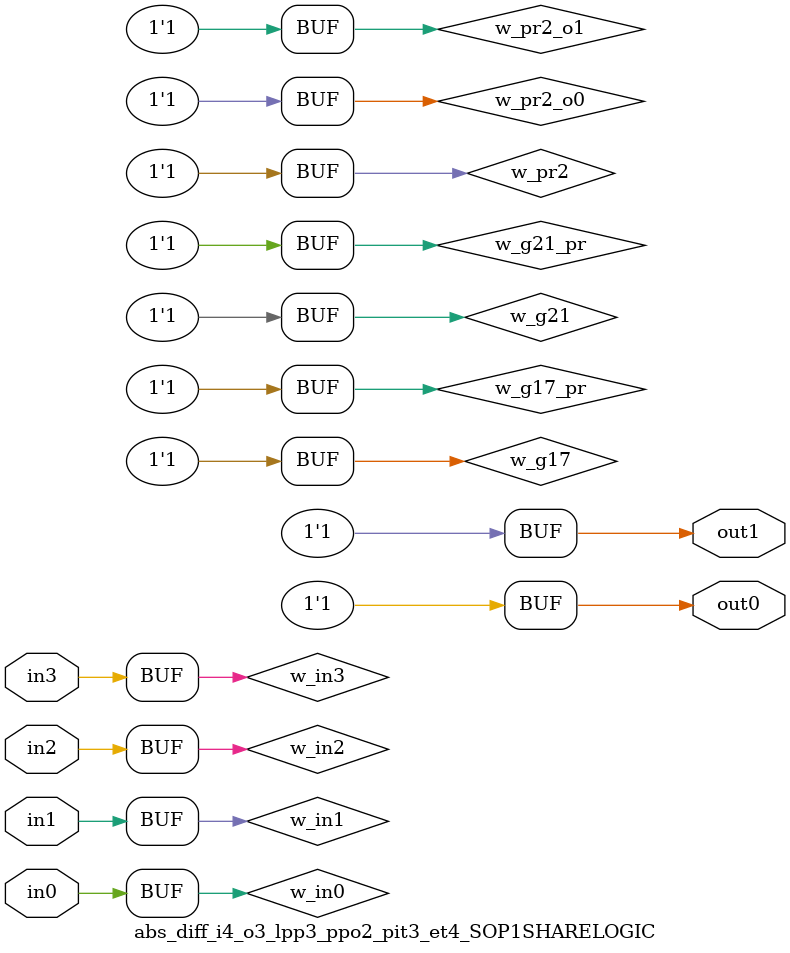
<source format=v>
module abs_diff_i4_o3_lpp3_ppo2_pit3_et4_SOP1SHARELOGIC (in0, in1, in2, in3, out0, out1);
// declaring inputs
input in0,  in1,  in2,  in3;
// declaring outputs
output out0,  out1;
// JSON model input
wire w_in3, w_in2, w_in1, w_in0;
// JSON model output
wire w_g17, w_g21;
//json model
wire w_g17_pr, w_g21_pr, w_pr0_o0, w_pr1_o0, w_pr2_o0, w_pr0_o1, w_pr1_o1, w_pr2_o1, w_pr0, w_pr1, w_pr2;
// JSON model input assign
assign w_in3 = in3;
assign w_in2 = in2;
assign w_in1 = in1;
assign w_in0 = in0;

//json model assigns (approximated Shared/XPAT part)
//assign literals to products
assign w_pr0 = w_in1 & w_in2 & w_in3;
assign w_pr1 = ~w_in2 & w_in3;
assign w_pr2 = 1;
//if a product has literals and if the product is being "activated" for that output
assign w_pr0_o0 = w_pr0 & 1;
assign w_pr1_o0 = w_pr1 & 0;
assign w_pr2_o0 = w_pr2 & 1;
assign w_pr0_o1 = w_pr0 & 0;
assign w_pr1_o1 = w_pr1 & 1;
assign w_pr2_o1 = w_pr2 & 1;
//compose an output with corresponding products (OR)
assign w_g17 = w_pr0_o0 | w_pr1_o0 | w_pr2_o0;
assign w_g21 = w_pr0_o1 | w_pr1_o1 | w_pr2_o1;
//if an output has products and if it is part of the JSON model
assign w_g17_pr = w_g17 & 1;
assign w_g21_pr = w_g21 & 1;
// output assigns
assign out0 = w_g17_pr;
assign out1 = w_g21_pr;
endmodule
</source>
